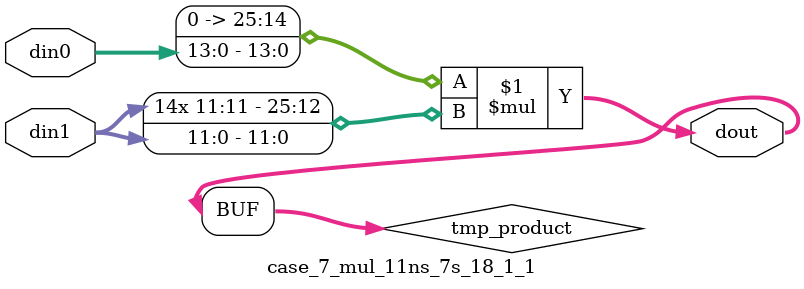
<source format=v>

`timescale 1 ns / 1 ps

 (* use_dsp = "no" *)  module case_7_mul_11ns_7s_18_1_1(din0, din1, dout);
parameter ID = 1;
parameter NUM_STAGE = 0;
parameter din0_WIDTH = 14;
parameter din1_WIDTH = 12;
parameter dout_WIDTH = 26;

input [din0_WIDTH - 1 : 0] din0; 
input [din1_WIDTH - 1 : 0] din1; 
output [dout_WIDTH - 1 : 0] dout;

wire signed [dout_WIDTH - 1 : 0] tmp_product;

























assign tmp_product = $signed({1'b0, din0}) * $signed(din1);










assign dout = tmp_product;





















endmodule

</source>
